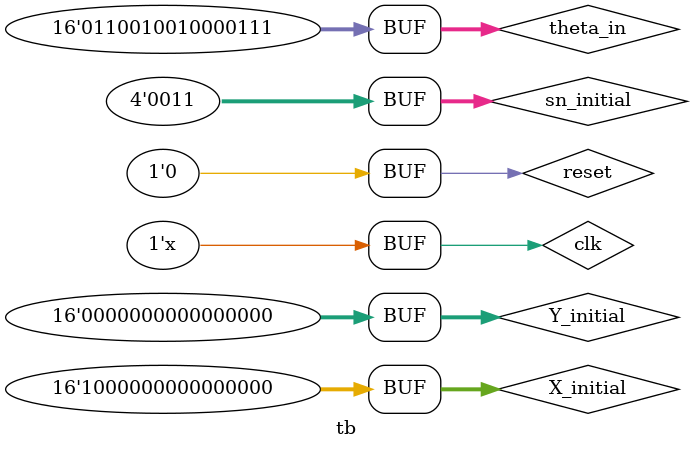
<source format=v>
`timescale 1ns / 1ps
`timescale 1ns / 1ps
module tb(

    );
    
    
reg clk;
reg reset;
reg [15:0] X_initial,Y_initial;
reg [3:0] sn_initial;
reg [15:0] theta_in;
wire [3:0] sn_op_final;
wire [15:0] theta_op_final;
wire [15:0] Xo_final,Yo_final;

s_cordic a(clk,reset,X_initial,Y_initial,sn_initial,theta_in,sn_op_final,theta_op_final,Xo_final,Yo_final);

 initial begin
        
        clk = 1'b0;
        
        //theta_in = 16'b0000000000000000;
        
        //3 for 11 iterations and 2 or 8 iterations
        sn_initial = 4'b0011;
        reset = 1;
        
        X_initial = 16'b1000000000000000;
        Y_initial = 16'b0000000000000000;
        
        #3 reset = 0;
        
        
        #7
         
        theta_in = 16'b0110010010000111;
        
       // #1000 $finish;
        
        
        end
        
        
        always #100 clk = ~clk;
    


endmodule
</source>
